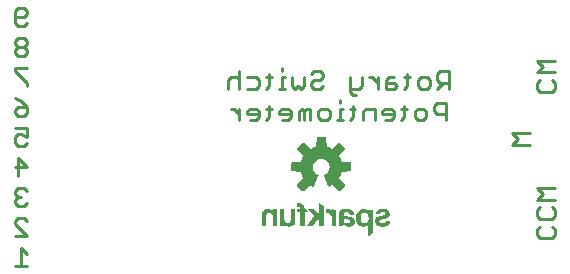
<source format=gbr>
G04 EAGLE Gerber RS-274X export*
G75*
%MOMM*%
%FSLAX34Y34*%
%LPD*%
%INSilkscreen Bottom*%
%IPPOS*%
%AMOC8*
5,1,8,0,0,1.08239X$1,22.5*%
G01*
%ADD10C,0.279400*%

G36*
X282177Y81166D02*
X282177Y81166D01*
X282285Y81176D01*
X282298Y81182D01*
X282312Y81184D01*
X282409Y81232D01*
X282508Y81277D01*
X282521Y81288D01*
X282530Y81292D01*
X282545Y81307D01*
X282622Y81370D01*
X286930Y85678D01*
X286993Y85766D01*
X287059Y85852D01*
X287064Y85865D01*
X287072Y85877D01*
X287103Y85980D01*
X287139Y86083D01*
X287139Y86097D01*
X287143Y86110D01*
X287139Y86218D01*
X287140Y86327D01*
X287135Y86340D01*
X287135Y86354D01*
X287097Y86455D01*
X287062Y86558D01*
X287053Y86573D01*
X287049Y86582D01*
X287035Y86599D01*
X286981Y86682D01*
X282167Y92585D01*
X283245Y94680D01*
X283252Y94699D01*
X283293Y94794D01*
X284011Y97038D01*
X291590Y97808D01*
X291694Y97836D01*
X291800Y97861D01*
X291812Y97868D01*
X291825Y97871D01*
X291915Y97932D01*
X292008Y97989D01*
X292016Y98000D01*
X292028Y98008D01*
X292094Y98094D01*
X292163Y98178D01*
X292167Y98191D01*
X292176Y98202D01*
X292210Y98305D01*
X292249Y98406D01*
X292250Y98424D01*
X292254Y98433D01*
X292253Y98454D01*
X292263Y98553D01*
X292263Y104647D01*
X292246Y104755D01*
X292232Y104862D01*
X292226Y104874D01*
X292224Y104888D01*
X292172Y104984D01*
X292125Y105081D01*
X292115Y105091D01*
X292109Y105103D01*
X292029Y105177D01*
X291953Y105254D01*
X291941Y105260D01*
X291931Y105270D01*
X291832Y105315D01*
X291734Y105363D01*
X291717Y105367D01*
X291708Y105371D01*
X291687Y105373D01*
X291590Y105392D01*
X284011Y106162D01*
X283293Y108406D01*
X283284Y108424D01*
X283245Y108520D01*
X282167Y110615D01*
X286981Y116519D01*
X287035Y116613D01*
X287092Y116705D01*
X287095Y116718D01*
X287102Y116730D01*
X287123Y116837D01*
X287148Y116942D01*
X287146Y116956D01*
X287149Y116970D01*
X287134Y117077D01*
X287124Y117185D01*
X287118Y117198D01*
X287116Y117212D01*
X287068Y117309D01*
X287023Y117408D01*
X287012Y117421D01*
X287008Y117430D01*
X286993Y117445D01*
X286930Y117522D01*
X282622Y121830D01*
X282534Y121893D01*
X282448Y121959D01*
X282435Y121964D01*
X282423Y121972D01*
X282320Y122003D01*
X282217Y122039D01*
X282203Y122039D01*
X282190Y122043D01*
X282082Y122039D01*
X281973Y122040D01*
X281960Y122035D01*
X281946Y122035D01*
X281845Y121997D01*
X281742Y121962D01*
X281727Y121953D01*
X281718Y121949D01*
X281701Y121935D01*
X281619Y121881D01*
X275715Y117067D01*
X273620Y118145D01*
X273601Y118152D01*
X273506Y118193D01*
X271262Y118911D01*
X270492Y126490D01*
X270464Y126594D01*
X270439Y126700D01*
X270432Y126712D01*
X270429Y126725D01*
X270368Y126815D01*
X270311Y126908D01*
X270300Y126916D01*
X270292Y126928D01*
X270206Y126994D01*
X270122Y127063D01*
X270109Y127067D01*
X270098Y127076D01*
X269995Y127110D01*
X269894Y127149D01*
X269876Y127150D01*
X269867Y127154D01*
X269846Y127153D01*
X269747Y127163D01*
X263653Y127163D01*
X263545Y127146D01*
X263438Y127132D01*
X263426Y127126D01*
X263412Y127124D01*
X263316Y127072D01*
X263219Y127025D01*
X263209Y127015D01*
X263197Y127009D01*
X263123Y126929D01*
X263046Y126853D01*
X263040Y126841D01*
X263030Y126831D01*
X262985Y126732D01*
X262937Y126634D01*
X262933Y126617D01*
X262929Y126608D01*
X262927Y126587D01*
X262908Y126490D01*
X262138Y118911D01*
X259894Y118193D01*
X259876Y118184D01*
X259780Y118145D01*
X257685Y117067D01*
X251782Y121881D01*
X251687Y121935D01*
X251595Y121992D01*
X251582Y121995D01*
X251570Y122002D01*
X251463Y122023D01*
X251358Y122048D01*
X251344Y122046D01*
X251330Y122049D01*
X251223Y122034D01*
X251115Y122024D01*
X251102Y122018D01*
X251089Y122016D01*
X250991Y121968D01*
X250892Y121923D01*
X250879Y121912D01*
X250870Y121908D01*
X250855Y121893D01*
X250778Y121830D01*
X246470Y117522D01*
X246407Y117434D01*
X246341Y117348D01*
X246336Y117335D01*
X246328Y117323D01*
X246297Y117220D01*
X246261Y117117D01*
X246261Y117103D01*
X246257Y117090D01*
X246261Y116982D01*
X246260Y116873D01*
X246265Y116860D01*
X246265Y116846D01*
X246303Y116745D01*
X246338Y116642D01*
X246347Y116627D01*
X246351Y116618D01*
X246365Y116601D01*
X246419Y116519D01*
X251233Y110615D01*
X250155Y108520D01*
X250148Y108501D01*
X250107Y108406D01*
X249389Y106162D01*
X241810Y105392D01*
X241706Y105364D01*
X241600Y105339D01*
X241588Y105332D01*
X241575Y105329D01*
X241485Y105268D01*
X241392Y105211D01*
X241384Y105200D01*
X241372Y105192D01*
X241306Y105106D01*
X241238Y105022D01*
X241233Y105009D01*
X241224Y104998D01*
X241190Y104895D01*
X241151Y104794D01*
X241150Y104776D01*
X241146Y104767D01*
X241147Y104746D01*
X241137Y104647D01*
X241137Y98553D01*
X241155Y98445D01*
X241168Y98338D01*
X241174Y98326D01*
X241176Y98312D01*
X241228Y98216D01*
X241275Y98119D01*
X241285Y98109D01*
X241291Y98097D01*
X241371Y98023D01*
X241447Y97946D01*
X241459Y97940D01*
X241470Y97930D01*
X241568Y97885D01*
X241666Y97837D01*
X241683Y97833D01*
X241692Y97829D01*
X241713Y97827D01*
X241810Y97808D01*
X249389Y97038D01*
X250107Y94794D01*
X250116Y94776D01*
X250155Y94680D01*
X251233Y92585D01*
X246419Y86682D01*
X246365Y86587D01*
X246308Y86495D01*
X246305Y86482D01*
X246298Y86470D01*
X246277Y86363D01*
X246252Y86258D01*
X246254Y86244D01*
X246251Y86230D01*
X246266Y86123D01*
X246276Y86015D01*
X246282Y86002D01*
X246284Y85989D01*
X246332Y85891D01*
X246377Y85792D01*
X246388Y85779D01*
X246392Y85770D01*
X246407Y85755D01*
X246470Y85678D01*
X250778Y81370D01*
X250866Y81307D01*
X250952Y81241D01*
X250965Y81236D01*
X250977Y81228D01*
X251080Y81197D01*
X251183Y81161D01*
X251197Y81161D01*
X251210Y81157D01*
X251318Y81161D01*
X251427Y81160D01*
X251440Y81165D01*
X251454Y81165D01*
X251555Y81203D01*
X251658Y81238D01*
X251673Y81247D01*
X251682Y81251D01*
X251699Y81265D01*
X251782Y81319D01*
X257685Y86133D01*
X259779Y85054D01*
X259832Y85037D01*
X259881Y85011D01*
X259947Y85000D01*
X260011Y84979D01*
X260067Y84980D01*
X260121Y84971D01*
X260188Y84982D01*
X260255Y84983D01*
X260307Y85001D01*
X260362Y85010D01*
X260421Y85042D01*
X260485Y85064D01*
X260529Y85099D01*
X260578Y85125D01*
X260623Y85174D01*
X260676Y85216D01*
X260707Y85263D01*
X260745Y85303D01*
X260801Y85408D01*
X260809Y85421D01*
X260810Y85426D01*
X260814Y85433D01*
X264402Y94095D01*
X264427Y94200D01*
X264455Y94305D01*
X264454Y94319D01*
X264458Y94333D01*
X264447Y94440D01*
X264441Y94548D01*
X264435Y94561D01*
X264434Y94576D01*
X264389Y94674D01*
X264349Y94774D01*
X264339Y94785D01*
X264333Y94798D01*
X264260Y94877D01*
X264189Y94958D01*
X264173Y94969D01*
X264166Y94976D01*
X264147Y94987D01*
X264066Y95041D01*
X262723Y95767D01*
X261616Y96702D01*
X260723Y97844D01*
X260081Y99145D01*
X259719Y100548D01*
X259652Y101996D01*
X259881Y103427D01*
X260398Y104782D01*
X261181Y106002D01*
X262196Y107036D01*
X263402Y107842D01*
X264746Y108384D01*
X266173Y108640D01*
X267622Y108599D01*
X269032Y108263D01*
X270344Y107647D01*
X271502Y106775D01*
X272458Y105685D01*
X273171Y104423D01*
X273611Y103042D01*
X273760Y101598D01*
X273625Y100223D01*
X273223Y98898D01*
X272570Y97678D01*
X271692Y96608D01*
X270623Y95730D01*
X269337Y95043D01*
X269250Y94976D01*
X269161Y94912D01*
X269153Y94902D01*
X269143Y94894D01*
X269082Y94803D01*
X269018Y94714D01*
X269015Y94702D01*
X269008Y94691D01*
X268979Y94585D01*
X268947Y94481D01*
X268948Y94468D01*
X268944Y94456D01*
X268952Y94346D01*
X268955Y94237D01*
X268960Y94221D01*
X268960Y94212D01*
X268968Y94193D01*
X268998Y94095D01*
X272586Y85433D01*
X272615Y85386D01*
X272636Y85334D01*
X272679Y85283D01*
X272715Y85226D01*
X272758Y85191D01*
X272794Y85148D01*
X272851Y85114D01*
X272903Y85071D01*
X272955Y85052D01*
X273003Y85023D01*
X273069Y85009D01*
X273132Y84985D01*
X273187Y84983D01*
X273242Y84972D01*
X273308Y84979D01*
X273375Y84977D01*
X273429Y84993D01*
X273484Y85000D01*
X273595Y85044D01*
X273609Y85048D01*
X273613Y85051D01*
X273621Y85054D01*
X275715Y86133D01*
X281619Y81319D01*
X281713Y81265D01*
X281805Y81208D01*
X281818Y81205D01*
X281830Y81198D01*
X281937Y81177D01*
X282042Y81152D01*
X282056Y81154D01*
X282070Y81151D01*
X282177Y81166D01*
G37*
G36*
X306601Y43096D02*
X306601Y43096D01*
X306603Y43096D01*
X307103Y43496D01*
X307103Y43497D01*
X307104Y43496D01*
X307603Y43996D01*
X308603Y44796D01*
X308603Y44797D01*
X308604Y44796D01*
X309503Y45696D01*
X310003Y46096D01*
X310003Y46097D01*
X310004Y46096D01*
X310504Y46596D01*
X310504Y46599D01*
X310505Y46600D01*
X310505Y65000D01*
X310502Y65004D01*
X310501Y65005D01*
X310001Y65105D01*
X309601Y65205D01*
X309101Y65305D01*
X309100Y65305D01*
X308700Y65305D01*
X308201Y65405D01*
X307701Y65505D01*
X307301Y65605D01*
X306801Y65705D01*
X306800Y65704D01*
X306795Y65702D01*
X306796Y65701D01*
X306795Y65700D01*
X306795Y63914D01*
X306004Y64903D01*
X306003Y64903D01*
X306003Y64904D01*
X305003Y65504D01*
X305002Y65504D01*
X304402Y65804D01*
X304401Y65804D01*
X304401Y65805D01*
X302601Y66105D01*
X302600Y66104D01*
X302599Y66105D01*
X300999Y65905D01*
X300999Y65904D01*
X300998Y65905D01*
X299698Y65405D01*
X299698Y65404D01*
X299697Y65404D01*
X298597Y64704D01*
X298596Y64704D01*
X297696Y63804D01*
X297696Y63803D01*
X296996Y62603D01*
X296996Y62602D01*
X296995Y62602D01*
X296495Y61302D01*
X296496Y61301D01*
X296495Y61301D01*
X296195Y59901D01*
X296195Y59900D01*
X296195Y58500D01*
X296295Y57100D01*
X296295Y57099D01*
X296495Y55699D01*
X296496Y55699D01*
X296495Y55698D01*
X296995Y54498D01*
X296996Y54498D01*
X296996Y54497D01*
X297696Y53397D01*
X297697Y53397D01*
X297696Y53396D01*
X298596Y52496D01*
X298597Y52496D01*
X299597Y51796D01*
X299598Y51796D01*
X299598Y51795D01*
X300898Y51295D01*
X300899Y51296D01*
X300900Y51295D01*
X302400Y51195D01*
X303000Y51195D01*
X303001Y51195D01*
X303601Y51295D01*
X303601Y51296D01*
X303602Y51295D01*
X304802Y51695D01*
X304802Y51696D01*
X304803Y51696D01*
X305303Y51996D01*
X305803Y52396D01*
X305803Y52397D01*
X305804Y52396D01*
X306204Y52796D01*
X306204Y52797D01*
X306595Y53286D01*
X306595Y43100D01*
X306596Y43099D01*
X306596Y43097D01*
X306598Y43097D01*
X306599Y43095D01*
X306601Y43096D01*
G37*
G36*
X290701Y51095D02*
X290701Y51095D01*
X291201Y51195D01*
X291700Y51195D01*
X291701Y51196D01*
X291702Y51196D01*
X292102Y51395D01*
X292501Y51495D01*
X292502Y51496D01*
X293302Y51896D01*
X293303Y51896D01*
X293603Y52096D01*
X293603Y52097D01*
X293604Y52096D01*
X294204Y52696D01*
X294204Y52697D01*
X294504Y53097D01*
X294504Y53098D01*
X294704Y53498D01*
X294704Y53499D01*
X294705Y53499D01*
X294905Y54299D01*
X295005Y54799D01*
X295005Y54800D01*
X295005Y55300D01*
X294905Y56400D01*
X294904Y56401D01*
X294905Y56402D01*
X294605Y57302D01*
X294604Y57302D01*
X294604Y57303D01*
X294104Y58003D01*
X294104Y58004D01*
X293504Y58604D01*
X293503Y58604D01*
X293502Y58604D01*
X292802Y59004D01*
X292802Y59005D01*
X292002Y59305D01*
X292001Y59305D01*
X291101Y59505D01*
X290301Y59605D01*
X289401Y59805D01*
X288501Y59905D01*
X287701Y60005D01*
X287001Y60105D01*
X286402Y60304D01*
X286004Y60604D01*
X285705Y61002D01*
X285605Y61500D01*
X285605Y61799D01*
X285705Y62098D01*
X285704Y62099D01*
X285705Y62100D01*
X285705Y62299D01*
X285904Y62697D01*
X286203Y62996D01*
X286801Y63295D01*
X287000Y63295D01*
X287001Y63296D01*
X287002Y63296D01*
X287201Y63395D01*
X287900Y63395D01*
X287901Y63396D01*
X287902Y63396D01*
X288100Y63495D01*
X288398Y63395D01*
X288399Y63396D01*
X288400Y63395D01*
X288899Y63395D01*
X289198Y63295D01*
X289199Y63296D01*
X289200Y63295D01*
X289399Y63295D01*
X289797Y63096D01*
X290396Y62497D01*
X290595Y62099D01*
X290595Y61800D01*
X290596Y61799D01*
X290596Y61798D01*
X290695Y61599D01*
X290695Y61300D01*
X290699Y61295D01*
X290700Y61295D01*
X294600Y61295D01*
X294605Y61299D01*
X294605Y61300D01*
X294605Y61301D01*
X294505Y62001D01*
X294405Y62501D01*
X294405Y62502D01*
X294205Y63102D01*
X294204Y63102D01*
X294204Y63103D01*
X293904Y63603D01*
X293604Y64003D01*
X293604Y64004D01*
X293204Y64404D01*
X293203Y64404D01*
X292403Y65004D01*
X291903Y65304D01*
X291902Y65304D01*
X291902Y65305D01*
X290902Y65705D01*
X290901Y65704D01*
X290901Y65705D01*
X289101Y66005D01*
X289100Y66005D01*
X286900Y66005D01*
X286899Y66005D01*
X286300Y65905D01*
X285800Y65905D01*
X285799Y65905D01*
X285299Y65805D01*
X285298Y65805D01*
X284699Y65605D01*
X284299Y65505D01*
X284299Y65504D01*
X284298Y65505D01*
X283798Y65305D01*
X283798Y65304D01*
X283398Y65104D01*
X283397Y65104D01*
X282997Y64804D01*
X282996Y64804D01*
X282296Y64104D01*
X282296Y64102D01*
X282295Y64102D01*
X282096Y63602D01*
X281896Y63202D01*
X281896Y63201D01*
X281895Y63201D01*
X281695Y62001D01*
X281695Y62000D01*
X281695Y53001D01*
X281596Y52802D01*
X281596Y52801D01*
X281595Y52800D01*
X281595Y52401D01*
X281496Y52202D01*
X281496Y52201D01*
X281495Y52200D01*
X281495Y52101D01*
X281396Y51902D01*
X281396Y51901D01*
X281395Y51901D01*
X281395Y51900D01*
X281395Y51801D01*
X281296Y51602D01*
X281296Y51601D01*
X281295Y51600D01*
X281295Y51500D01*
X281299Y51495D01*
X281300Y51495D01*
X285200Y51495D01*
X285205Y51499D01*
X285205Y51500D01*
X285205Y51698D01*
X285304Y51796D01*
X285304Y51799D01*
X285305Y51800D01*
X285305Y51898D01*
X285404Y51996D01*
X285404Y51998D01*
X285404Y51999D01*
X285405Y52000D01*
X285405Y52598D01*
X285504Y52696D01*
X285504Y52698D01*
X285505Y52699D01*
X285505Y52700D01*
X285505Y52888D01*
X285696Y52697D01*
X285896Y52397D01*
X285897Y52397D01*
X285897Y52396D01*
X286197Y52196D01*
X286198Y52196D01*
X286198Y52195D01*
X286498Y52096D01*
X286797Y51896D01*
X286798Y51896D01*
X286998Y51796D01*
X287297Y51596D01*
X287298Y51596D01*
X287298Y51595D01*
X287598Y51495D01*
X287599Y51495D01*
X287999Y51395D01*
X288298Y51295D01*
X288299Y51296D01*
X288300Y51295D01*
X288599Y51295D01*
X288898Y51195D01*
X288899Y51196D01*
X288900Y51195D01*
X289599Y51195D01*
X289898Y51095D01*
X289899Y51096D01*
X289900Y51095D01*
X290700Y51095D01*
X290701Y51095D01*
G37*
G36*
X259702Y51497D02*
X259702Y51497D01*
X259704Y51497D01*
X263601Y57892D01*
X265095Y56398D01*
X265095Y51500D01*
X265099Y51495D01*
X265100Y51495D01*
X268900Y51495D01*
X268905Y51499D01*
X268905Y51500D01*
X268905Y68900D01*
X268903Y68902D01*
X268903Y68904D01*
X265103Y71104D01*
X265101Y71104D01*
X265101Y71105D01*
X265099Y71104D01*
X265096Y71103D01*
X265096Y71101D01*
X265095Y71100D01*
X265095Y60612D01*
X260204Y65703D01*
X260201Y65704D01*
X260200Y65705D01*
X255600Y65705D01*
X255599Y65704D01*
X255597Y65704D01*
X255597Y65702D01*
X255595Y65701D01*
X255597Y65699D01*
X255597Y65696D01*
X260894Y60499D01*
X254996Y51503D01*
X254996Y51501D01*
X254995Y51501D01*
X254996Y51499D01*
X254997Y51496D01*
X254999Y51497D01*
X255000Y51495D01*
X259700Y51495D01*
X259702Y51497D01*
G37*
G36*
X220205Y51499D02*
X220205Y51499D01*
X220205Y51500D01*
X220205Y60300D01*
X220305Y60999D01*
X220505Y61598D01*
X220804Y62097D01*
X221104Y62496D01*
X221502Y62795D01*
X222101Y62895D01*
X222700Y62995D01*
X223399Y62895D01*
X224098Y62795D01*
X224597Y62496D01*
X224996Y61997D01*
X225295Y61498D01*
X225495Y60799D01*
X225695Y59899D01*
X225695Y51500D01*
X225699Y51495D01*
X225700Y51495D01*
X229600Y51495D01*
X229605Y51499D01*
X229605Y51500D01*
X229605Y63900D01*
X229505Y65700D01*
X229500Y65705D01*
X225900Y65705D01*
X225895Y65701D01*
X225895Y65700D01*
X225895Y63705D01*
X225803Y63705D01*
X225404Y64303D01*
X225004Y64803D01*
X225003Y64803D01*
X225003Y64804D01*
X224403Y65204D01*
X223903Y65504D01*
X223902Y65504D01*
X223902Y65505D01*
X222702Y65905D01*
X222701Y65905D01*
X221501Y66105D01*
X221500Y66104D01*
X221499Y66105D01*
X220099Y65905D01*
X218899Y65605D01*
X218898Y65604D01*
X217998Y65104D01*
X217997Y65103D01*
X217996Y65104D01*
X217396Y64504D01*
X217396Y64503D01*
X217396Y64502D01*
X216896Y63602D01*
X216895Y63602D01*
X216495Y62602D01*
X216496Y62601D01*
X216495Y62601D01*
X216495Y62600D01*
X216395Y61500D01*
X216295Y60200D01*
X216295Y51500D01*
X216299Y51495D01*
X216300Y51495D01*
X220200Y51495D01*
X220205Y51499D01*
G37*
G36*
X241201Y51295D02*
X241201Y51295D01*
X242301Y51595D01*
X242302Y51596D01*
X243202Y52096D01*
X243203Y52096D01*
X243903Y52696D01*
X243903Y52697D01*
X243904Y52698D01*
X244404Y53598D01*
X244405Y53599D01*
X244705Y54599D01*
X244905Y55699D01*
X244905Y55700D01*
X244905Y65700D01*
X244901Y65705D01*
X244900Y65705D01*
X241000Y65705D01*
X240995Y65701D01*
X240995Y65700D01*
X240995Y56901D01*
X240895Y56201D01*
X240695Y55602D01*
X240496Y55103D01*
X240097Y54704D01*
X239698Y54405D01*
X239199Y54305D01*
X238500Y54205D01*
X237801Y54305D01*
X237202Y54405D01*
X236703Y54704D01*
X236204Y55203D01*
X235905Y55702D01*
X235705Y56401D01*
X235605Y57301D01*
X235505Y58300D01*
X235505Y65700D01*
X235501Y65705D01*
X235500Y65705D01*
X231700Y65705D01*
X231695Y65701D01*
X231695Y65700D01*
X231695Y51500D01*
X231699Y51495D01*
X231700Y51495D01*
X235400Y51495D01*
X235405Y51499D01*
X235405Y51500D01*
X235405Y53484D01*
X235796Y52897D01*
X235797Y52897D01*
X235797Y52896D01*
X236297Y52496D01*
X236796Y51996D01*
X236797Y51996D01*
X237297Y51696D01*
X237298Y51696D01*
X237298Y51695D01*
X238498Y51295D01*
X238499Y51296D01*
X238499Y51295D01*
X239099Y51195D01*
X239799Y51095D01*
X239800Y51096D01*
X239801Y51095D01*
X241201Y51295D01*
G37*
G36*
X319800Y51195D02*
X319800Y51195D01*
X319801Y51195D01*
X321001Y51395D01*
X321001Y51396D01*
X321002Y51395D01*
X322102Y51795D01*
X322102Y51796D01*
X323102Y52296D01*
X323103Y52296D01*
X323903Y52896D01*
X323903Y52897D01*
X323904Y52897D01*
X324604Y53797D01*
X324604Y53798D01*
X324605Y53798D01*
X325005Y54898D01*
X325004Y54899D01*
X325005Y54899D01*
X325205Y56099D01*
X325204Y56100D01*
X325201Y56105D01*
X325201Y56104D01*
X325200Y56105D01*
X321500Y56105D01*
X321496Y56101D01*
X321495Y56101D01*
X321395Y55502D01*
X321196Y55102D01*
X321195Y55102D01*
X320996Y54603D01*
X320597Y54304D01*
X320098Y54105D01*
X319599Y53905D01*
X319099Y53805D01*
X318500Y53705D01*
X318101Y53805D01*
X318100Y53804D01*
X318100Y53805D01*
X317701Y53805D01*
X317202Y54005D01*
X317201Y54004D01*
X317201Y54005D01*
X316803Y54105D01*
X316204Y54703D01*
X316005Y55101D01*
X316005Y55599D01*
X316105Y55998D01*
X316304Y56297D01*
X316603Y56596D01*
X317102Y56895D01*
X317801Y57095D01*
X318501Y57295D01*
X319401Y57495D01*
X320401Y57695D01*
X320401Y57696D01*
X320402Y57695D01*
X321201Y57995D01*
X322001Y58195D01*
X322001Y58196D01*
X322002Y58195D01*
X322802Y58495D01*
X322802Y58496D01*
X323502Y58896D01*
X323503Y58897D01*
X323504Y58896D01*
X324504Y59896D01*
X324504Y59898D01*
X324505Y59898D01*
X324805Y60698D01*
X324804Y60699D01*
X324805Y60699D01*
X324905Y61499D01*
X324905Y61500D01*
X324904Y61500D01*
X324905Y61501D01*
X324705Y62801D01*
X324704Y62801D01*
X324705Y62802D01*
X324305Y63802D01*
X324304Y63802D01*
X324304Y63803D01*
X323704Y64503D01*
X323703Y64503D01*
X323703Y64504D01*
X322903Y65104D01*
X322902Y65104D01*
X322002Y65604D01*
X322001Y65605D01*
X321001Y65905D01*
X321000Y65905D01*
X319900Y66005D01*
X318700Y66105D01*
X316500Y65905D01*
X316499Y65904D01*
X316499Y65905D01*
X315499Y65605D01*
X315498Y65604D01*
X314598Y65104D01*
X314597Y65104D01*
X313797Y64504D01*
X313797Y64503D01*
X313796Y64503D01*
X313096Y63703D01*
X313096Y63702D01*
X313095Y63702D01*
X312695Y62702D01*
X312696Y62701D01*
X312695Y62701D01*
X312495Y61601D01*
X312496Y61600D01*
X312499Y61595D01*
X312499Y61596D01*
X312500Y61595D01*
X316200Y61595D01*
X316204Y61598D01*
X316205Y61599D01*
X316305Y62099D01*
X316405Y62497D01*
X317003Y63096D01*
X317402Y63295D01*
X317801Y63395D01*
X318301Y63495D01*
X319199Y63495D01*
X319498Y63395D01*
X319499Y63396D01*
X319500Y63395D01*
X319899Y63395D01*
X320198Y63296D01*
X320497Y63096D01*
X320796Y62897D01*
X320895Y62599D01*
X320995Y62200D01*
X320895Y61702D01*
X320596Y61304D01*
X320198Y61004D01*
X319599Y60805D01*
X318899Y60605D01*
X318199Y60405D01*
X317399Y60305D01*
X316599Y60105D01*
X315699Y59905D01*
X315699Y59904D01*
X315698Y59905D01*
X314898Y59605D01*
X314198Y59305D01*
X314198Y59304D01*
X313498Y58904D01*
X313497Y58904D01*
X312897Y58404D01*
X312897Y58403D01*
X312896Y58403D01*
X312496Y57803D01*
X312496Y57802D01*
X312495Y57802D01*
X312195Y57002D01*
X312196Y57001D01*
X312195Y57001D01*
X312095Y56101D01*
X312095Y56100D01*
X312195Y54800D01*
X312196Y54799D01*
X312196Y54798D01*
X312696Y53798D01*
X312696Y53797D01*
X313296Y52897D01*
X313297Y52897D01*
X313297Y52896D01*
X314097Y52296D01*
X314098Y52296D01*
X315098Y51796D01*
X315098Y51795D01*
X316198Y51395D01*
X316199Y51396D01*
X316199Y51395D01*
X317399Y51195D01*
X317400Y51195D01*
X319800Y51195D01*
X319800Y51195D01*
G37*
G36*
X252605Y51499D02*
X252605Y51499D01*
X252605Y51500D01*
X252605Y63095D01*
X256400Y63095D01*
X256401Y63096D01*
X256403Y63096D01*
X256403Y63098D01*
X256405Y63099D01*
X256403Y63101D01*
X256404Y63104D01*
X255804Y63704D01*
X255803Y63704D01*
X255404Y64004D01*
X255104Y64403D01*
X255104Y64404D01*
X254504Y65004D01*
X254503Y65004D01*
X254104Y65304D01*
X253804Y65703D01*
X253801Y65704D01*
X253800Y65705D01*
X252605Y65705D01*
X252605Y66800D01*
X252605Y66801D01*
X252505Y67701D01*
X252305Y68501D01*
X252304Y68502D01*
X251904Y69202D01*
X251904Y69203D01*
X251404Y69803D01*
X251404Y69804D01*
X250804Y70404D01*
X250802Y70404D01*
X250802Y70405D01*
X250002Y70705D01*
X250001Y70705D01*
X249001Y71005D01*
X249000Y71005D01*
X247900Y71105D01*
X247100Y71105D01*
X247099Y71104D01*
X247098Y71105D01*
X246799Y71005D01*
X245800Y71005D01*
X245795Y71001D01*
X245795Y71000D01*
X245795Y68100D01*
X245799Y68095D01*
X245800Y68095D01*
X247599Y68095D01*
X248198Y67895D01*
X248396Y67796D01*
X248495Y67498D01*
X248496Y67498D01*
X248595Y67298D01*
X248695Y66899D01*
X248695Y65705D01*
X246000Y65705D01*
X245995Y65701D01*
X245995Y65700D01*
X245995Y63100D01*
X245999Y63095D01*
X246000Y63095D01*
X248695Y63095D01*
X248695Y51500D01*
X248699Y51495D01*
X248700Y51495D01*
X252600Y51495D01*
X252605Y51499D01*
G37*
G36*
X279605Y51499D02*
X279605Y51499D01*
X279605Y51500D01*
X279605Y65000D01*
X279602Y65004D01*
X279601Y65005D01*
X279101Y65105D01*
X278601Y65205D01*
X278201Y65305D01*
X278200Y65304D01*
X278200Y65305D01*
X277700Y65305D01*
X277201Y65405D01*
X276801Y65505D01*
X276301Y65605D01*
X275901Y65705D01*
X275900Y65704D01*
X275895Y65702D01*
X275896Y65701D01*
X275895Y65700D01*
X275895Y63005D01*
X275803Y63005D01*
X275505Y63702D01*
X275504Y63702D01*
X275504Y63703D01*
X275104Y64303D01*
X275104Y64304D01*
X274604Y64804D01*
X274603Y64804D01*
X273403Y65604D01*
X273402Y65604D01*
X273401Y65605D01*
X272001Y66005D01*
X272001Y66004D01*
X272000Y66005D01*
X270600Y66005D01*
X270598Y66003D01*
X270596Y66004D01*
X270496Y65904D01*
X270496Y65901D01*
X270495Y65900D01*
X270495Y62300D01*
X270499Y62295D01*
X270500Y62295D01*
X270600Y62295D01*
X270601Y62296D01*
X270602Y62296D01*
X270801Y62395D01*
X271900Y62395D01*
X272899Y62295D01*
X273698Y62095D01*
X274297Y61696D01*
X274896Y61097D01*
X275195Y60398D01*
X275495Y59698D01*
X275695Y58799D01*
X275695Y51500D01*
X275699Y51495D01*
X275700Y51495D01*
X279600Y51495D01*
X279605Y51499D01*
G37*
%LPC*%
G36*
X302501Y54205D02*
X302501Y54205D01*
X301802Y54504D01*
X301204Y54904D01*
X300405Y56102D01*
X300205Y56901D01*
X300105Y57701D01*
X300005Y58600D01*
X300105Y59399D01*
X300205Y60199D01*
X300505Y60998D01*
X300804Y61697D01*
X301303Y62296D01*
X301902Y62696D01*
X302601Y62995D01*
X303400Y63095D01*
X304299Y62995D01*
X304998Y62696D01*
X305597Y62296D01*
X306096Y61697D01*
X306395Y60998D01*
X306595Y60199D01*
X306795Y59399D01*
X306795Y57701D01*
X306595Y56901D01*
X306395Y56102D01*
X305996Y55503D01*
X305596Y54904D01*
X304998Y54504D01*
X304299Y54205D01*
X303400Y54105D01*
X302501Y54205D01*
G37*
%LPD*%
%LPC*%
G36*
X288201Y53805D02*
X288201Y53805D01*
X287401Y54005D01*
X287002Y54105D01*
X286703Y54304D01*
X286204Y54803D01*
X286105Y55102D01*
X286103Y55102D01*
X286104Y55104D01*
X285904Y55303D01*
X285805Y55601D01*
X285805Y55900D01*
X285804Y55901D01*
X285804Y55902D01*
X285705Y56101D01*
X285705Y56400D01*
X285704Y56401D01*
X285704Y56402D01*
X285605Y56601D01*
X285605Y58492D01*
X285797Y58396D01*
X285896Y58296D01*
X285898Y58296D01*
X286097Y58196D01*
X286196Y58096D01*
X286199Y58096D01*
X286200Y58095D01*
X286399Y58095D01*
X286798Y57896D01*
X286799Y57896D01*
X286800Y57895D01*
X287299Y57895D01*
X287498Y57796D01*
X287499Y57796D01*
X287500Y57795D01*
X287899Y57795D01*
X288198Y57695D01*
X288199Y57696D01*
X288200Y57695D01*
X288599Y57695D01*
X288898Y57595D01*
X288899Y57596D01*
X288900Y57595D01*
X289099Y57595D01*
X289298Y57496D01*
X289299Y57496D01*
X289300Y57495D01*
X289499Y57495D01*
X290497Y56996D01*
X290896Y56597D01*
X291095Y56199D01*
X291095Y55800D01*
X291096Y55799D01*
X291095Y55798D01*
X291195Y55500D01*
X291096Y55302D01*
X291096Y55301D01*
X291095Y55300D01*
X291095Y55101D01*
X290995Y54802D01*
X290996Y54801D01*
X290995Y54800D01*
X290995Y54701D01*
X290896Y54503D01*
X290597Y54204D01*
X290398Y54104D01*
X290397Y54103D01*
X290396Y54104D01*
X290297Y54004D01*
X290099Y53905D01*
X289900Y53905D01*
X289899Y53904D01*
X289898Y53904D01*
X289699Y53805D01*
X288201Y53805D01*
G37*
%LPD*%
D10*
X374868Y167767D02*
X374868Y182766D01*
X367369Y182766D01*
X364869Y180266D01*
X364869Y175266D01*
X367369Y172767D01*
X374868Y172767D01*
X369869Y172767D02*
X364869Y167767D01*
X355997Y167767D02*
X350997Y167767D01*
X348498Y170267D01*
X348498Y175266D01*
X350997Y177766D01*
X355997Y177766D01*
X358497Y175266D01*
X358497Y170267D01*
X355997Y167767D01*
X339625Y170267D02*
X339625Y180266D01*
X339625Y170267D02*
X337126Y167767D01*
X337126Y177766D02*
X342125Y177766D01*
X328711Y177766D02*
X323711Y177766D01*
X321212Y175266D01*
X321212Y167767D01*
X328711Y167767D01*
X331211Y170267D01*
X328711Y172767D01*
X321212Y172767D01*
X314839Y177766D02*
X314839Y167767D01*
X314839Y172767D02*
X309840Y177766D01*
X307340Y177766D01*
X301196Y177766D02*
X301196Y170267D01*
X298696Y167767D01*
X291197Y167767D01*
X291197Y165267D02*
X291197Y177766D01*
X291197Y165267D02*
X293697Y162767D01*
X296197Y162767D01*
X260954Y182766D02*
X258454Y180266D01*
X260954Y182766D02*
X265953Y182766D01*
X268453Y180266D01*
X268453Y177766D01*
X265953Y175266D01*
X260954Y175266D01*
X258454Y172767D01*
X258454Y170267D01*
X260954Y167767D01*
X265953Y167767D01*
X268453Y170267D01*
X252082Y170267D02*
X252082Y177766D01*
X252082Y170267D02*
X249582Y167767D01*
X247082Y170267D01*
X244582Y167767D01*
X242082Y170267D01*
X242082Y177766D01*
X235710Y177766D02*
X233210Y177766D01*
X233210Y167767D01*
X235710Y167767D02*
X230710Y167767D01*
X233210Y182766D02*
X233210Y185266D01*
X222296Y180266D02*
X222296Y170267D01*
X219796Y167767D01*
X219796Y177766D02*
X224796Y177766D01*
X211381Y177766D02*
X203882Y177766D01*
X211381Y177766D02*
X213881Y175266D01*
X213881Y170267D01*
X211381Y167767D01*
X203882Y167767D01*
X197510Y167767D02*
X197510Y182766D01*
X195010Y177766D02*
X197510Y175266D01*
X195010Y177766D02*
X190010Y177766D01*
X187510Y175266D01*
X187510Y167767D01*
X372140Y156096D02*
X372140Y141097D01*
X372140Y156096D02*
X364640Y156096D01*
X362140Y153596D01*
X362140Y148596D01*
X364640Y146097D01*
X372140Y146097D01*
X353268Y141097D02*
X348269Y141097D01*
X345769Y143597D01*
X345769Y148596D01*
X348269Y151096D01*
X353268Y151096D01*
X355768Y148596D01*
X355768Y143597D01*
X353268Y141097D01*
X336897Y143597D02*
X336897Y153596D01*
X336897Y143597D02*
X334397Y141097D01*
X334397Y151096D02*
X339397Y151096D01*
X325982Y141097D02*
X320983Y141097D01*
X325982Y141097D02*
X328482Y143597D01*
X328482Y148596D01*
X325982Y151096D01*
X320983Y151096D01*
X318483Y148596D01*
X318483Y146097D01*
X328482Y146097D01*
X312111Y141097D02*
X312111Y151096D01*
X304611Y151096D01*
X302111Y148596D01*
X302111Y141097D01*
X293239Y143597D02*
X293239Y153596D01*
X293239Y143597D02*
X290739Y141097D01*
X290739Y151096D02*
X295739Y151096D01*
X284825Y151096D02*
X282325Y151096D01*
X282325Y141097D01*
X284825Y141097D02*
X279825Y141097D01*
X282325Y156096D02*
X282325Y158596D01*
X271411Y141097D02*
X266411Y141097D01*
X263911Y143597D01*
X263911Y148596D01*
X266411Y151096D01*
X271411Y151096D01*
X273910Y148596D01*
X273910Y143597D01*
X271411Y141097D01*
X257539Y141097D02*
X257539Y151096D01*
X255039Y151096D01*
X252539Y148596D01*
X252539Y141097D01*
X252539Y148596D02*
X250039Y151096D01*
X247540Y148596D01*
X247540Y141097D01*
X238667Y141097D02*
X233668Y141097D01*
X238667Y141097D02*
X241167Y143597D01*
X241167Y148596D01*
X238667Y151096D01*
X233668Y151096D01*
X231168Y148596D01*
X231168Y146097D01*
X241167Y146097D01*
X222296Y143597D02*
X222296Y153596D01*
X222296Y143597D02*
X219796Y141097D01*
X219796Y151096D02*
X224796Y151096D01*
X211381Y141097D02*
X206382Y141097D01*
X211381Y141097D02*
X213881Y143597D01*
X213881Y148596D01*
X211381Y151096D01*
X206382Y151096D01*
X203882Y148596D01*
X203882Y146097D01*
X213881Y146097D01*
X197510Y141097D02*
X197510Y151096D01*
X197510Y146097D02*
X192510Y151096D01*
X190010Y151096D01*
X17653Y27906D02*
X12653Y32906D01*
X12653Y17907D01*
X7654Y17907D02*
X17653Y17907D01*
X17653Y43307D02*
X7654Y43307D01*
X17653Y43307D02*
X7654Y53306D01*
X7654Y55806D01*
X10154Y58306D01*
X15153Y58306D01*
X17653Y55806D01*
X17653Y81206D02*
X15153Y83706D01*
X10154Y83706D01*
X7654Y81206D01*
X7654Y78706D01*
X10154Y76206D01*
X12653Y76206D01*
X10154Y76206D02*
X7654Y73707D01*
X7654Y71207D01*
X10154Y68707D01*
X15153Y68707D01*
X17653Y71207D01*
X10154Y94107D02*
X10154Y109106D01*
X17653Y101606D01*
X7654Y101606D01*
X7654Y134506D02*
X17653Y134506D01*
X17653Y127006D01*
X12653Y129506D01*
X10154Y129506D01*
X7654Y127006D01*
X7654Y122007D01*
X10154Y119507D01*
X15153Y119507D01*
X17653Y122007D01*
X12653Y157406D02*
X7654Y159906D01*
X12653Y157406D02*
X17653Y152406D01*
X17653Y147407D01*
X15153Y144907D01*
X10154Y144907D01*
X7654Y147407D01*
X7654Y149907D01*
X10154Y152406D01*
X17653Y152406D01*
X17653Y185306D02*
X7654Y185306D01*
X7654Y182806D01*
X17653Y172807D01*
X17653Y170307D01*
X17653Y208206D02*
X15153Y210706D01*
X10154Y210706D01*
X7654Y208206D01*
X7654Y205706D01*
X10154Y203206D01*
X7654Y200707D01*
X7654Y198207D01*
X10154Y195707D01*
X15153Y195707D01*
X17653Y198207D01*
X17653Y200707D01*
X15153Y203206D01*
X17653Y205706D01*
X17653Y208206D01*
X15153Y203206D02*
X10154Y203206D01*
X15153Y221107D02*
X17653Y223607D01*
X15153Y221107D02*
X10154Y221107D01*
X7654Y223607D01*
X7654Y233606D01*
X10154Y236106D01*
X15153Y236106D01*
X17653Y233606D01*
X17653Y231106D01*
X15153Y228606D01*
X7654Y228606D01*
X462206Y175226D02*
X464706Y172726D01*
X464706Y167727D01*
X462206Y165227D01*
X452207Y165227D01*
X449707Y167727D01*
X449707Y172726D01*
X452207Y175226D01*
X449707Y181599D02*
X464706Y181599D01*
X454707Y186598D02*
X449707Y181599D01*
X454707Y186598D02*
X449707Y191598D01*
X464706Y191598D01*
X443116Y120211D02*
X428117Y120211D01*
X433117Y125211D01*
X428117Y130210D01*
X443116Y130210D01*
X462206Y51181D02*
X464706Y48682D01*
X464706Y43682D01*
X462206Y41182D01*
X452207Y41182D01*
X449707Y43682D01*
X449707Y48682D01*
X452207Y51181D01*
X464706Y65053D02*
X462206Y67553D01*
X464706Y65053D02*
X464706Y60054D01*
X462206Y57554D01*
X452207Y57554D01*
X449707Y60054D01*
X449707Y65053D01*
X452207Y67553D01*
X449707Y73925D02*
X464706Y73925D01*
X454707Y78925D02*
X449707Y73925D01*
X454707Y78925D02*
X449707Y83925D01*
X464706Y83925D01*
M02*

</source>
